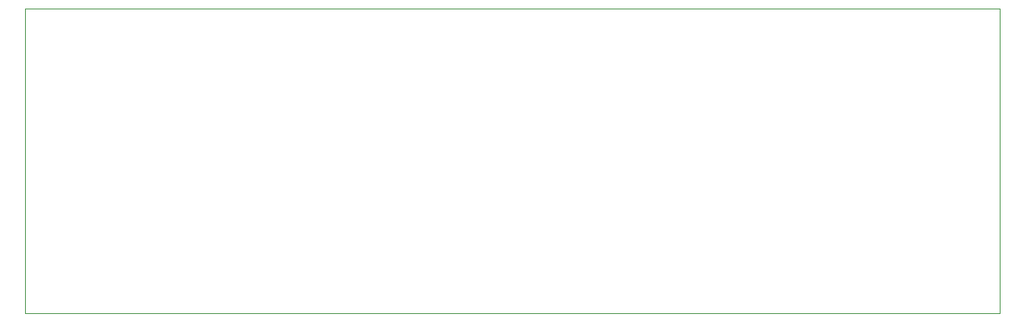
<source format=gm1>
G04 #@! TF.FileFunction,Profile,NP*
%FSLAX46Y46*%
G04 Gerber Fmt 4.6, Leading zero omitted, Abs format (unit mm)*
G04 Created by KiCad (PCBNEW (2015-07-22 BZR 5980)-product) date Thursday, August 27, 2015 'AMt' 07:54:42 AM*
%MOMM*%
G01*
G04 APERTURE LIST*
%ADD10C,0.100000*%
G04 APERTURE END LIST*
D10*
X184150000Y-124460000D02*
X78740000Y-124460000D01*
X184150000Y-91440000D02*
X184150000Y-124460000D01*
X78740000Y-91440000D02*
X184150000Y-91440000D01*
X78740000Y-124460000D02*
X78740000Y-91440000D01*
M02*

</source>
